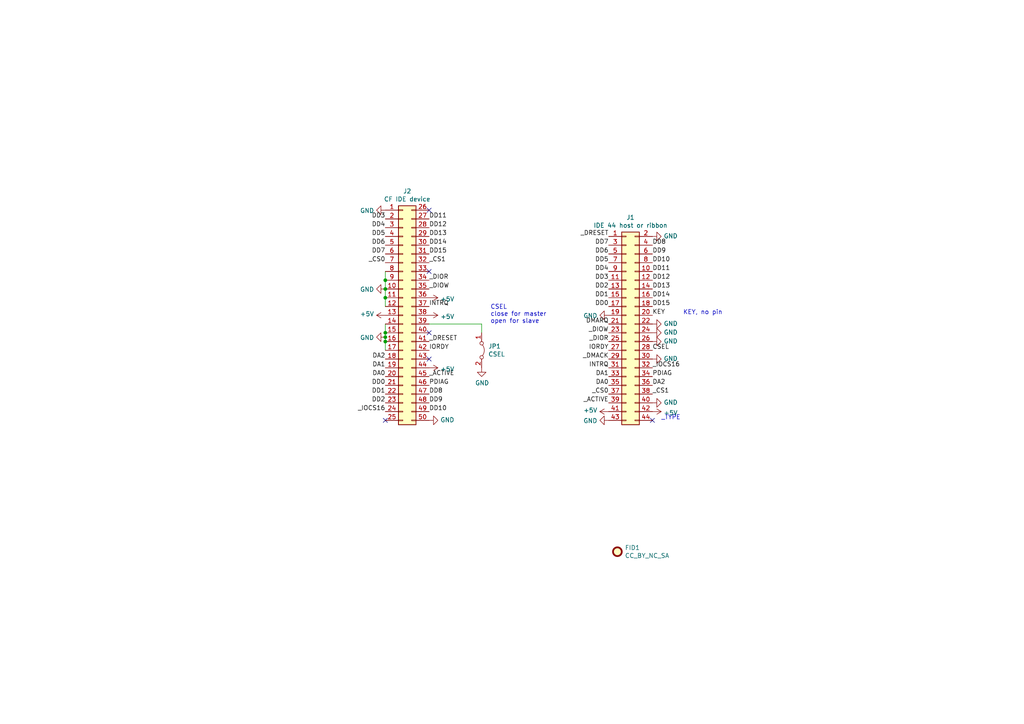
<source format=kicad_sch>
(kicad_sch (version 20211123) (generator eeschema)
  (paper "A4")
  (title_block (title "IDE44toCF") (date "2020-10-17") (rev "0.1") (company "FLACO 2020") (comment 1 "Connect a CF device to an IDE44 host (male) or ribbon (female)"))
  (lib_symbols
    (symbol "Connector_Generic:Conn_02x22_Odd_Even" (pin_names (offset 1.016) hide)
      (property "Reference" "J" (at 1.27 27.94 0))
      (property "Value" "Conn_02x22_Odd_Even" (at 1.27 -30.48 0))
      (symbol "Conn_02x22_Odd_Even_1_1"
        (rectangle (start -1.27 -27.813) (end 0 -28.067) (stroke (width 0.1524)))
        (rectangle (start -1.27 -25.273) (end 0 -25.527) (stroke (width 0.1524)))
        (rectangle (start -1.27 -22.733) (end 0 -22.987) (stroke (width 0.1524)))
        (rectangle (start -1.27 -20.193) (end 0 -20.447) (stroke (width 0.1524)))
        (rectangle (start -1.27 -17.653) (end 0 -17.907) (stroke (width 0.1524)))
        (rectangle (start -1.27 -15.113) (end 0 -15.367) (stroke (width 0.1524)))
        (rectangle (start -1.27 -12.573) (end 0 -12.827) (stroke (width 0.1524)))
        (rectangle (start -1.27 -10.033) (end 0 -10.287) (stroke (width 0.1524)))
        (rectangle (start -1.27 -7.493) (end 0 -7.747) (stroke (width 0.1524)))
        (rectangle (start -1.27 -4.953) (end 0 -5.207) (stroke (width 0.1524)))
        (rectangle (start -1.27 -2.413) (end 0 -2.667) (stroke (width 0.1524)))
        (rectangle (start -1.27 0.127) (end 0 -0.127) (stroke (width 0.1524)))
        (rectangle (start -1.27 2.667) (end 0 2.413) (stroke (width 0.1524)))
        (rectangle (start -1.27 5.207) (end 0 4.953) (stroke (width 0.1524)))
        (rectangle (start -1.27 7.747) (end 0 7.493) (stroke (width 0.1524)))
        (rectangle (start -1.27 10.287) (end 0 10.033) (stroke (width 0.1524)))
        (rectangle (start -1.27 12.827) (end 0 12.573) (stroke (width 0.1524)))
        (rectangle (start -1.27 15.367) (end 0 15.113) (stroke (width 0.1524)))
        (rectangle (start -1.27 17.907) (end 0 17.653) (stroke (width 0.1524)))
        (rectangle (start -1.27 20.447) (end 0 20.193) (stroke (width 0.1524)))
        (rectangle (start -1.27 22.987) (end 0 22.733) (stroke (width 0.1524)))
        (rectangle (start -1.27 25.527) (end 0 25.273) (stroke (width 0.1524)))
        (rectangle (start -1.27 26.67) (end 3.81 -29.21) (stroke (width 0.254)) (fill (type background)))
        (rectangle (start 3.81 -27.813) (end 2.54 -28.067) (stroke (width 0.1524)))
        (rectangle (start 3.81 -25.273) (end 2.54 -25.527) (stroke (width 0.1524)))
        (rectangle (start 3.81 -22.733) (end 2.54 -22.987) (stroke (width 0.1524)))
        (rectangle (start 3.81 -20.193) (end 2.54 -20.447) (stroke (width 0.1524)))
        (rectangle (start 3.81 -17.653) (end 2.54 -17.907) (stroke (width 0.1524)))
        (rectangle (start 3.81 -15.113) (end 2.54 -15.367) (stroke (width 0.1524)))
        (rectangle (start 3.81 -12.573) (end 2.54 -12.827) (stroke (width 0.1524)))
        (rectangle (start 3.81 -10.033) (end 2.54 -10.287) (stroke (width 0.1524)))
        (rectangle (start 3.81 -7.493) (end 2.54 -7.747) (stroke (width 0.1524)))
        (rectangle (start 3.81 -4.953) (end 2.54 -5.207) (stroke (width 0.1524)))
        (rectangle (start 3.81 -2.413) (end 2.54 -2.667) (stroke (width 0.1524)))
        (rectangle (start 3.81 0.127) (end 2.54 -0.127) (stroke (width 0.1524)))
        (rectangle (start 3.81 2.667) (end 2.54 2.413) (stroke (width 0.1524)))
        (rectangle (start 3.81 5.207) (end 2.54 4.953) (stroke (width 0.1524)))
        (rectangle (start 3.81 7.747) (end 2.54 7.493) (stroke (width 0.1524)))
        (rectangle (start 3.81 10.287) (end 2.54 10.033) (stroke (width 0.1524)))
        (rectangle (start 3.81 12.827) (end 2.54 12.573) (stroke (width 0.1524)))
        (rectangle (start 3.81 15.367) (end 2.54 15.113) (stroke (width 0.1524)))
        (rectangle (start 3.81 17.907) (end 2.54 17.653) (stroke (width 0.1524)))
        (rectangle (start 3.81 20.447) (end 2.54 20.193) (stroke (width 0.1524)))
        (rectangle (start 3.81 22.987) (end 2.54 22.733) (stroke (width 0.1524)))
        (rectangle (start 3.81 25.527) (end 2.54 25.273) (stroke (width 0.1524)))
        (pin passive line (at -5.08 25.4 0) (length 3.81) (name "Pin_1") (number "1"))
        (pin passive line (at 7.62 15.24 180) (length 3.81) (name "Pin_10") (number "10"))
        (pin passive line (at -5.08 12.7 0) (length 3.81) (name "Pin_11") (number "11"))
        (pin passive line (at 7.62 12.7 180) (length 3.81) (name "Pin_12") (number "12"))
        (pin passive line (at -5.08 10.16 0) (length 3.81) (name "Pin_13") (number "13"))
        (pin passive line (at 7.62 10.16 180) (length 3.81) (name "Pin_14") (number "14"))
        (pin passive line (at -5.08 7.62 0) (length 3.81) (name "Pin_15") (number "15"))
        (pin passive line (at 7.62 7.62 180) (length 3.81) (name "Pin_16") (number "16"))
        (pin passive line (at -5.08 5.08 0) (length 3.81) (name "Pin_17") (number "17"))
        (pin passive line (at 7.62 5.08 180) (length 3.81) (name "Pin_18") (number "18"))
        (pin passive line (at -5.08 2.54 0) (length 3.81) (name "Pin_19") (number "19"))
        (pin passive line (at 7.62 25.4 180) (length 3.81) (name "Pin_2") (number "2"))
        (pin passive line (at 7.62 2.54 180) (length 3.81) (name "Pin_20") (number "20"))
        (pin passive line (at -5.08 0 0) (length 3.81) (name "Pin_21") (number "21"))
        (pin passive line (at 7.62 0 180) (length 3.81) (name "Pin_22") (number "22"))
        (pin passive line (at -5.08 -2.54 0) (length 3.81) (name "Pin_23") (number "23"))
        (pin passive line (at 7.62 -2.54 180) (length 3.81) (name "Pin_24") (number "24"))
        (pin passive line (at -5.08 -5.08 0) (length 3.81) (name "Pin_25") (number "25"))
        (pin passive line (at 7.62 -5.08 180) (length 3.81) (name "Pin_26") (number "26"))
        (pin passive line (at -5.08 -7.62 0) (length 3.81) (name "Pin_27") (number "27"))
        (pin passive line (at 7.62 -7.62 180) (length 3.81) (name "Pin_28") (number "28"))
        (pin passive line (at -5.08 -10.16 0) (length 3.81) (name "Pin_29") (number "29"))
        (pin passive line (at -5.08 22.86 0) (length 3.81) (name "Pin_3") (number "3"))
        (pin passive line (at 7.62 -10.16 180) (length 3.81) (name "Pin_30") (number "30"))
        (pin passive line (at -5.08 -12.7 0) (length 3.81) (name "Pin_31") (number "31"))
        (pin passive line (at 7.62 -12.7 180) (length 3.81) (name "Pin_32") (number "32"))
        (pin passive line (at -5.08 -15.24 0) (length 3.81) (name "Pin_33") (number "33"))
        (pin passive line (at 7.62 -15.24 180) (length 3.81) (name "Pin_34") (number "34"))
        (pin passive line (at -5.08 -17.78 0) (length 3.81) (name "Pin_35") (number "35"))
        (pin passive line (at 7.62 -17.78 180) (length 3.81) (name "Pin_36") (number "36"))
        (pin passive line (at -5.08 -20.32 0) (length 3.81) (name "Pin_37") (number "37"))
        (pin passive line (at 7.62 -20.32 180) (length 3.81) (name "Pin_38") (number "38"))
        (pin passive line (at -5.08 -22.86 0) (length 3.81) (name "Pin_39") (number "39"))
        (pin passive line (at 7.62 22.86 180) (length 3.81) (name "Pin_4") (number "4"))
        (pin passive line (at 7.62 -22.86 180) (length 3.81) (name "Pin_40") (number "40"))
        (pin passive line (at -5.08 -25.4 0) (length 3.81) (name "Pin_41") (number "41"))
        (pin passive line (at 7.62 -25.4 180) (length 3.81) (name "Pin_42") (number "42"))
        (pin passive line (at -5.08 -27.94 0) (length 3.81) (name "Pin_43") (number "43"))
        (pin passive line (at 7.62 -27.94 180) (length 3.81) (name "Pin_44") (number "44"))
        (pin passive line (at -5.08 20.32 0) (length 3.81) (name "Pin_5") (number "5"))
        (pin passive line (at 7.62 20.32 180) (length 3.81) (name "Pin_6") (number "6"))
        (pin passive line (at -5.08 17.78 0) (length 3.81) (name "Pin_7") (number "7"))
        (pin passive line (at 7.62 17.78 180) (length 3.81) (name "Pin_8") (number "8"))
        (pin passive line (at -5.08 15.24 0) (length 3.81) (name "Pin_9") (number "9"))
      )
    )
    (symbol "Connector_Generic:Conn_02x25_Top_Bottom" (pin_names (offset 1.016) hide)
      (property "Reference" "J" (at 1.27 33.02 0))
      (property "Value" "Conn_02x25_Top_Bottom" (at 1.27 -33.02 0))
      (symbol "Conn_02x25_Top_Bottom_1_1"
        (rectangle (start -1.27 -30.353) (end 0 -30.607) (stroke (width 0.1524)))
        (rectangle (start -1.27 -27.813) (end 0 -28.067) (stroke (width 0.1524)))
        (rectangle (start -1.27 -25.273) (end 0 -25.527) (stroke (width 0.1524)))
        (rectangle (start -1.27 -22.733) (end 0 -22.987) (stroke (width 0.1524)))
        (rectangle (start -1.27 -20.193) (end 0 -20.447) (stroke (width 0.1524)))
        (rectangle (start -1.27 -17.653) (end 0 -17.907) (stroke (width 0.1524)))
        (rectangle (start -1.27 -15.113) (end 0 -15.367) (stroke (width 0.1524)))
        (rectangle (start -1.27 -12.573) (end 0 -12.827) (stroke (width 0.1524)))
        (rectangle (start -1.27 -10.033) (end 0 -10.287) (stroke (width 0.1524)))
        (rectangle (start -1.27 -7.493) (end 0 -7.747) (stroke (width 0.1524)))
        (rectangle (start -1.27 -4.953) (end 0 -5.207) (stroke (width 0.1524)))
        (rectangle (start -1.27 -2.413) (end 0 -2.667) (stroke (width 0.1524)))
        (rectangle (start -1.27 0.127) (end 0 -0.127) (stroke (width 0.1524)))
        (rectangle (start -1.27 2.667) (end 0 2.413) (stroke (width 0.1524)))
        (rectangle (start -1.27 5.207) (end 0 4.953) (stroke (width 0.1524)))
        (rectangle (start -1.27 7.747) (end 0 7.493) (stroke (width 0.1524)))
        (rectangle (start -1.27 10.287) (end 0 10.033) (stroke (width 0.1524)))
        (rectangle (start -1.27 12.827) (end 0 12.573) (stroke (width 0.1524)))
        (rectangle (start -1.27 15.367) (end 0 15.113) (stroke (width 0.1524)))
        (rectangle (start -1.27 17.907) (end 0 17.653) (stroke (width 0.1524)))
        (rectangle (start -1.27 20.447) (end 0 20.193) (stroke (width 0.1524)))
        (rectangle (start -1.27 22.987) (end 0 22.733) (stroke (width 0.1524)))
        (rectangle (start -1.27 25.527) (end 0 25.273) (stroke (width 0.1524)))
        (rectangle (start -1.27 28.067) (end 0 27.813) (stroke (width 0.1524)))
        (rectangle (start -1.27 30.607) (end 0 30.353) (stroke (width 0.1524)))
        (rectangle (start -1.27 31.75) (end 3.81 -31.75) (stroke (width 0.254)) (fill (type background)))
        (rectangle (start 3.81 -30.353) (end 2.54 -30.607) (stroke (width 0.1524)))
        (rectangle (start 3.81 -27.813) (end 2.54 -28.067) (stroke (width 0.1524)))
        (rectangle (start 3.81 -25.273) (end 2.54 -25.527) (stroke (width 0.1524)))
        (rectangle (start 3.81 -22.733) (end 2.54 -22.987) (stroke (width 0.1524)))
        (rectangle (start 3.81 -20.193) (end 2.54 -20.447) (stroke (width 0.1524)))
        (rectangle (start 3.81 -17.653) (end 2.54 -17.907) (stroke (width 0.1524)))
        (rectangle (start 3.81 -15.113) (end 2.54 -15.367) (stroke (width 0.1524)))
        (rectangle (start 3.81 -12.573) (end 2.54 -12.827) (stroke (width 0.1524)))
        (rectangle (start 3.81 -10.033) (end 2.54 -10.287) (stroke (width 0.1524)))
        (rectangle (start 3.81 -7.493) (end 2.54 -7.747) (stroke (width 0.1524)))
        (rectangle (start 3.81 -4.953) (end 2.54 -5.207) (stroke (width 0.1524)))
        (rectangle (start 3.81 -2.413) (end 2.54 -2.667) (stroke (width 0.1524)))
        (rectangle (start 3.81 0.127) (end 2.54 -0.127) (stroke (width 0.1524)))
        (rectangle (start 3.81 2.667) (end 2.54 2.413) (stroke (width 0.1524)))
        (rectangle (start 3.81 5.207) (end 2.54 4.953) (stroke (width 0.1524)))
        (rectangle (start 3.81 7.747) (end 2.54 7.493) (stroke (width 0.1524)))
        (rectangle (start 3.81 10.287) (end 2.54 10.033) (stroke (width 0.1524)))
        (rectangle (start 3.81 12.827) (end 2.54 12.573) (stroke (width 0.1524)))
        (rectangle (start 3.81 15.367) (end 2.54 15.113) (stroke (width 0.1524)))
        (rectangle (start 3.81 17.907) (end 2.54 17.653) (stroke (width 0.1524)))
        (rectangle (start 3.81 20.447) (end 2.54 20.193) (stroke (width 0.1524)))
        (rectangle (start 3.81 22.987) (end 2.54 22.733) (stroke (width 0.1524)))
        (rectangle (start 3.81 25.527) (end 2.54 25.273) (stroke (width 0.1524)))
        (rectangle (start 3.81 28.067) (end 2.54 27.813) (stroke (width 0.1524)))
        (rectangle (start 3.81 30.607) (end 2.54 30.353) (stroke (width 0.1524)))
        (pin passive line (at -5.08 30.48 0) (length 3.81) (name "Pin_1") (number "1"))
        (pin passive line (at -5.08 7.62 0) (length 3.81) (name "Pin_10") (number "10"))
        (pin passive line (at -5.08 5.08 0) (length 3.81) (name "Pin_11") (number "11"))
        (pin passive line (at -5.08 2.54 0) (length 3.81) (name "Pin_12") (number "12"))
        (pin passive line (at -5.08 0 0) (length 3.81) (name "Pin_13") (number "13"))
        (pin passive line (at -5.08 -2.54 0) (length 3.81) (name "Pin_14") (number "14"))
        (pin passive line (at -5.08 -5.08 0) (length 3.81) (name "Pin_15") (number "15"))
        (pin passive line (at -5.08 -7.62 0) (length 3.81) (name "Pin_16") (number "16"))
        (pin passive line (at -5.08 -10.16 0) (length 3.81) (name "Pin_17") (number "17"))
        (pin passive line (at -5.08 -12.7 0) (length 3.81) (name "Pin_18") (number "18"))
        (pin passive line (at -5.08 -15.24 0) (length 3.81) (name "Pin_19") (number "19"))
        (pin passive line (at -5.08 27.94 0) (length 3.81) (name "Pin_2") (number "2"))
        (pin passive line (at -5.08 -17.78 0) (length 3.81) (name "Pin_20") (number "20"))
        (pin passive line (at -5.08 -20.32 0) (length 3.81) (name "Pin_21") (number "21"))
        (pin passive line (at -5.08 -22.86 0) (length 3.81) (name "Pin_22") (number "22"))
        (pin passive line (at -5.08 -25.4 0) (length 3.81) (name "Pin_23") (number "23"))
        (pin passive line (at -5.08 -27.94 0) (length 3.81) (name "Pin_24") (number "24"))
        (pin passive line (at -5.08 -30.48 0) (length 3.81) (name "Pin_25") (number "25"))
        (pin passive line (at 7.62 30.48 180) (length 3.81) (name "Pin_26") (number "26"))
        (pin passive line (at 7.62 27.94 180) (length 3.81) (name "Pin_27") (number "27"))
        (pin passive line (at 7.62 25.4 180) (length 3.81) (name "Pin_28") (number "28"))
        (pin passive line (at 7.62 22.86 180) (length 3.81) (name "Pin_29") (number "29"))
        (pin passive line (at -5.08 25.4 0) (length 3.81) (name "Pin_3") (number "3"))
        (pin passive line (at 7.62 20.32 180) (length 3.81) (name "Pin_30") (number "30"))
        (pin passive line (at 7.62 17.78 180) (length 3.81) (name "Pin_31") (number "31"))
        (pin passive line (at 7.62 15.24 180) (length 3.81) (name "Pin_32") (number "32"))
        (pin passive line (at 7.62 12.7 180) (length 3.81) (name "Pin_33") (number "33"))
        (pin passive line (at 7.62 10.16 180) (length 3.81) (name "Pin_34") (number "34"))
        (pin passive line (at 7.62 7.62 180) (length 3.81) (name "Pin_35") (number "35"))
        (pin passive line (at 7.62 5.08 180) (length 3.81) (name "Pin_36") (number "36"))
        (pin passive line (at 7.62 2.54 180) (length 3.81) (name "Pin_37") (number "37"))
        (pin passive line (at 7.62 0 180) (length 3.81) (name "Pin_38") (number "38"))
        (pin passive line (at 7.62 -2.54 180) (length 3.81) (name "Pin_39") (number "39"))
        (pin passive line (at -5.08 22.86 0) (length 3.81) (name "Pin_4") (number "4"))
        (pin passive line (at 7.62 -5.08 180) (length 3.81) (name "Pin_40") (number "40"))
        (pin passive line (at 7.62 -7.62 180) (length 3.81) (name "Pin_41") (number "41"))
        (pin passive line (at 7.62 -10.16 180) (length 3.81) (name "Pin_42") (number "42"))
        (pin passive line (at 7.62 -12.7 180) (length 3.81) (name "Pin_43") (number "43"))
        (pin passive line (at 7.62 -15.24 180) (length 3.81) (name "Pin_44") (number "44"))
        (pin passive line (at 7.62 -17.78 180) (length 3.81) (name "Pin_45") (number "45"))
        (pin passive line (at 7.62 -20.32 180) (length 3.81) (name "Pin_46") (number "46"))
        (pin passive line (at 7.62 -22.86 180) (length 3.81) (name "Pin_47") (number "47"))
        (pin passive line (at 7.62 -25.4 180) (length 3.81) (name "Pin_48") (number "48"))
        (pin passive line (at 7.62 -27.94 180) (length 3.81) (name "Pin_49") (number "49"))
        (pin passive line (at -5.08 20.32 0) (length 3.81) (name "Pin_5") (number "5"))
        (pin passive line (at 7.62 -30.48 180) (length 3.81) (name "Pin_50") (number "50"))
        (pin passive line (at -5.08 17.78 0) (length 3.81) (name "Pin_6") (number "6"))
        (pin passive line (at -5.08 15.24 0) (length 3.81) (name "Pin_7") (number "7"))
        (pin passive line (at -5.08 12.7 0) (length 3.81) (name "Pin_8") (number "8"))
        (pin passive line (at -5.08 10.16 0) (length 3.81) (name "Pin_9") (number "9"))
      )
    )
    (symbol "Jumper:Jumper_2_Bridged" (pin_names (offset 0) hide)
      (property "Reference" "JP" (at 0 1.905 0))
      (property "Value" "Jumper_2_Bridged" (at 0 -2.54 0))
      (symbol "Jumper_2_Bridged_0_0"
        (circle (center -2.032 0) (radius 0.508))
        (circle (center 2.032 0) (radius 0.508))
      )
      (symbol "Jumper_2_Bridged_0_1"
        (arc (start 1.524 0.254) (mid 0 0.762) (end -1.524 0.254))
      )
      (symbol "Jumper_2_Bridged_1_1"
        (pin passive line (at -5.08 0 0) (length 2.54) (name "A") (number "1"))
        (pin passive line (at 5.08 0 180) (length 2.54) (name "B") (number "2"))
      )
    )
    (symbol "Mechanical:Fiducial"
      (property "Reference" "FID" (at 0 5.08 0))
      (property "Value" "Fiducial" (at 0 3.175 0))
      (symbol "Fiducial_0_1"
        (circle (center 0 0) (radius 1.27) (stroke (width 0.508)) (fill (type background)))
      )
    )
    (symbol "power:+5V" (power) (pin_names (offset 0))
      (property "Value" "+5V" (at 0 3.556 0))
      (symbol "+5V_0_1"
        (polyline (pts (xy -0.762 1.27) (xy 0 2.54)))
        (polyline (pts (xy 0 0) (xy 0 2.54)))
        (polyline (pts (xy 0 2.54) (xy 0.762 1.27)))
      )
      (symbol "+5V_1_1"
        (pin power_in line (at 0 0 90) (length 0) hide (name "+5V") (number "1"))
      )
    )
    (symbol "power:GND" (power) (pin_names (offset 0))
      (property "Value" "GND" (at 0 -3.81 0))
      (symbol "GND_0_1"
        (polyline (pts (xy 0 0) (xy 0 -1.27) (xy 1.27 -1.27) (xy 0 -2.54) (xy -1.27 -1.27) (xy 0 -1.27)))
      )
      (symbol "GND_1_1"
        (pin power_in line (at 0 0 270) (length 0) hide (name "GND") (number "1"))
      )
    )
  )
  (junction (at 111.76 97.79))
  (junction (at 111.76 86.36))
  (junction (at 111.76 96.52))
  (junction (at 111.76 99.06))
  (junction (at 111.76 83.82))
  (junction (at 111.76 81.28))
  (no_connect (at 189.23 121.92))
  (no_connect (at 124.46 104.14))
  (no_connect (at 124.46 60.96))
  (no_connect (at 124.46 96.52))
  (no_connect (at 111.76 121.92))
  (no_connect (at 124.46 78.74))
  (wire (pts (xy 111.76 83.82) (xy 111.76 81.28)))
  (wire (pts (xy 111.76 93.98) (xy 111.76 96.52)))
  (wire (pts (xy 124.46 93.98) (xy 139.7 93.98)))
  (wire (pts (xy 111.76 81.28) (xy 111.76 78.74)))
  (wire (pts (xy 139.7 93.98) (xy 139.7 96.52)))
  (wire (pts (xy 111.76 86.36) (xy 111.76 83.82)))
  (wire (pts (xy 111.76 97.79) (xy 111.76 99.06)))
  (wire (pts (xy 111.76 99.06) (xy 111.76 101.6)))
  (wire (pts (xy 111.76 96.52) (xy 111.76 97.79)))
  (wire (pts (xy 111.76 88.9) (xy 111.76 86.36)))
  (text "CSEL\nclose for master\nopen for slave" (at 142.24 93.98 0) (effects (font (size 1.27 1.27)) (justify left bottom)))
  (text "KEY, no pin" (at 198.12 91.44 0) (effects (font (size 1.27 1.27)) (justify left bottom)))
  (text "_TYPE" (at 191.77 121.92 0) (effects (font (size 1.27 1.27)) (justify left bottom)))
  (label "_DIOR" (at 176.53 99.06 180))
  (label "DD12" (at 189.23 81.28 0))
  (label "INTRQ" (at 124.46 88.9 0))
  (label "DD2" (at 176.53 83.82 180))
  (label "DD2" (at 111.76 116.84 180))
  (label "DA0" (at 176.53 111.76 180))
  (label "DA0" (at 111.76 109.22 180))
  (label "CSEL" (at 189.23 101.6 0))
  (label "DD11" (at 124.46 63.5 0))
  (label "_CS0" (at 111.76 76.2 180))
  (label "DD4" (at 176.53 78.74 180))
  (label "DD1" (at 176.53 86.36 180))
  (label "DD9" (at 189.23 73.66 0))
  (label "_DIOW" (at 176.53 96.52 180))
  (label "_DRESET" (at 176.53 68.58 180))
  (label "_DIOR" (at 124.46 81.28 0))
  (label "_CS1" (at 189.23 114.3 0))
  (label "DMARQ" (at 176.53 93.98 180))
  (label "DD0" (at 176.53 88.9 180))
  (label "_DIOW" (at 124.46 83.82 0))
  (label "DD15" (at 189.23 88.9 0))
  (label "_DRESET" (at 124.46 99.06 0))
  (label "DD14" (at 189.23 86.36 0))
  (label "DD11" (at 189.23 78.74 0))
  (label "IORDY" (at 176.53 101.6 180))
  (label "DD1" (at 111.76 114.3 180))
  (label "_ACTIVE" (at 124.46 109.22 0))
  (label "DD4" (at 111.76 66.04 180))
  (label "DD10" (at 124.46 119.38 0))
  (label "DD12" (at 124.46 66.04 0))
  (label "_IOCS16" (at 189.23 106.68 0))
  (label "DD7" (at 176.53 71.12 180))
  (label "DD6" (at 176.53 73.66 180))
  (label "KEY" (at 189.23 91.44 0))
  (label "IORDY" (at 124.46 101.6 0))
  (label "DA2" (at 189.23 111.76 0))
  (label "DD14" (at 124.46 71.12 0))
  (label "DA1" (at 176.53 109.22 180))
  (label "INTRQ" (at 176.53 106.68 180))
  (label "DA2" (at 111.76 104.14 180))
  (label "DD5" (at 176.53 76.2 180))
  (label "DD0" (at 111.76 111.76 180))
  (label "DD13" (at 124.46 68.58 0))
  (label "DD5" (at 111.76 68.58 180))
  (label "_CS0" (at 176.53 114.3 180))
  (label "DD7" (at 111.76 73.66 180))
  (label "DD8" (at 124.46 114.3 0))
  (label "DD10" (at 189.23 76.2 0))
  (label "_CS1" (at 124.46 76.2 0))
  (label "DD9" (at 124.46 116.84 0))
  (label "_ACTIVE" (at 176.53 116.84 180))
  (label "PDIAG" (at 124.46 111.76 0))
  (label "DD15" (at 124.46 73.66 0))
  (label "_IOCS16" (at 111.76 119.38 180))
  (label "DD8" (at 189.23 71.12 0))
  (label "DD3" (at 176.53 81.28 180))
  (label "_DMACK" (at 176.53 104.14 180))
  (label "DD3" (at 111.76 63.5 180))
  (label "PDIAG" (at 189.23 109.22 0))
  (label "DD13" (at 189.23 83.82 0))
  (label "DD6" (at 111.76 71.12 180))
  (label "DA1" (at 111.76 106.68 180))
  (symbol (lib_id "Connector_Generic:Conn_02x22_Odd_Even") (at 181.61 93.98 0) (unit 1)
    (property "Reference" "J1" (at 182.88 63.0682 0))
    (property "Value" "IDE 44 host or ribbon" (at 182.88 65.3796 0))
    (property "Footprint" "Connector_PinHeader_2.00mm:PinHeader_2x22_P2.00mm_Vertical" (effects hide))
  )
  (symbol (lib_id "power:GND") (at 189.23 68.58 90) (unit 1)
    (property "Reference" "#PWR018" (effects hide))
    (property "Value" "GND" (at 192.4812 68.453 90) (effects (justify right)))
  )
  (symbol (lib_id "power:GND") (at 176.53 91.44 270) (unit 1)
    (property "Reference" "#PWR015" (effects hide))
    (property "Value" "GND" (at 173.2788 91.567 90) (effects (justify right)))
  )
  (symbol (lib_id "power:GND") (at 189.23 93.98 90) (unit 1)
    (property "Reference" "#PWR019" (effects hide))
    (property "Value" "GND" (at 192.4812 93.853 90) (effects (justify right)))
  )
  (symbol (lib_id "power:GND") (at 189.23 96.52 90) (unit 1)
    (property "Reference" "#PWR020" (effects hide))
    (property "Value" "GND" (at 192.4812 96.393 90) (effects (justify right)))
  )
  (symbol (lib_id "power:GND") (at 189.23 99.06 90) (unit 1)
    (property "Reference" "#PWR021" (effects hide))
    (property "Value" "GND" (at 192.4812 98.933 90) (effects (justify right)))
  )
  (symbol (lib_id "power:GND") (at 189.23 104.14 90) (unit 1)
    (property "Reference" "#PWR023" (effects hide))
    (property "Value" "GND" (at 192.4812 104.013 90) (effects (justify right)))
  )
  (symbol (lib_id "power:GND") (at 189.23 116.84 90) (unit 1)
    (property "Reference" "#PWR024" (effects hide))
    (property "Value" "GND" (at 192.4812 116.713 90) (effects (justify right)))
  )
  (symbol (lib_id "power:GND") (at 176.53 121.92 270) (unit 1)
    (property "Reference" "#PWR017" (effects hide))
    (property "Value" "GND" (at 173.2788 122.047 90) (effects (justify right)))
  )
  (symbol (lib_id "power:+5V") (at 189.23 119.38 270) (unit 1)
    (property "Reference" "#PWR025" (effects hide))
    (property "Value" "+5V" (at 192.4812 119.761 90) (effects (justify left)))
  )
  (symbol (lib_id "power:+5V") (at 176.53 119.38 90) (unit 1)
    (property "Reference" "#PWR016" (effects hide))
    (property "Value" "+5V" (at 173.2788 118.999 90) (effects (justify left)))
  )
  (symbol (lib_id "Connector_Generic:Conn_02x25_Top_Bottom") (at 116.84 91.44 0) (unit 1)
    (property "Reference" "J2" (at 118.11 55.4482 0))
    (property "Value" "CF IDE device" (at 118.11 57.7596 0))
    (property "Footprint" "Sassa:CF_male_edge_connector" (effects hide))
  )
  (symbol (lib_id "power:GND") (at 111.76 97.79 270) (unit 1)
    (property "Reference" "#PWR0101" (effects hide))
    (property "Value" "GND" (at 108.5088 97.917 90) (effects (justify right)))
  )
  (symbol (lib_id "power:GND") (at 111.76 60.96 270) (unit 1)
    (property "Reference" "#PWR0102" (effects hide))
    (property "Value" "GND" (at 108.5088 61.087 90) (effects (justify right)))
  )
  (symbol (lib_id "power:+5V") (at 111.76 91.44 90) (unit 1)
    (property "Reference" "#PWR0103" (effects hide))
    (property "Value" "+5V" (at 108.5088 91.059 90) (effects (justify left)))
  )
  (symbol (lib_id "power:GND") (at 124.46 121.92 90) (unit 1)
    (property "Reference" "#PWR0104" (effects hide))
    (property "Value" "GND" (at 127.7112 121.793 90) (effects (justify right)))
  )
  (symbol (lib_id "power:+5V") (at 124.46 86.36 270) (unit 1)
    (property "Reference" "#PWR0105" (effects hide))
    (property "Value" "+5V" (at 127.7112 86.741 90) (effects (justify left)))
  )
  (symbol (lib_id "power:GND") (at 111.76 83.82 270) (unit 1)
    (property "Reference" "#PWR0106" (effects hide))
    (property "Value" "GND" (at 108.5088 83.947 90) (effects (justify right)))
  )
  (symbol (lib_id "power:+5V") (at 124.46 91.44 270) (unit 1)
    (property "Reference" "#PWR0107" (effects hide))
    (property "Value" "+5V" (at 127.7112 91.821 90) (effects (justify left)))
  )
  (symbol (lib_id "power:+5V") (at 124.46 106.68 270) (unit 1)
    (property "Reference" "#PWR0108" (effects hide))
    (property "Value" "+5V" (at 127.7112 107.061 90) (effects (justify left)))
  )
  (symbol (lib_id "Jumper:Jumper_2_Bridged") (at 139.7 101.6 270) (unit 1)
    (property "Reference" "JP1" (at 141.605 100.4316 90) (effects (justify left)))
    (property "Value" "CSEL" (at 141.605 102.743 90) (effects (justify left)))
    (property "Footprint" "Jumper:SolderJumper-2_P1.3mm_Open_RoundedPad1.0x1.5mm" (effects hide))
  )
  (symbol (lib_id "power:GND") (at 139.7 106.68 0) (unit 1)
    (property "Reference" "#PWR0109" (effects hide))
    (property "Value" "GND" (at 139.827 111.0742 0))
  )
  (symbol (lib_id "Mechanical:Fiducial") (at 179.07 160.02 0) (unit 1)
    (property "Reference" "FID1" (at 181.229 158.8516 0) (effects (justify left)))
    (property "Value" "CC_BY_NC_SA" (at 181.229 161.163 0) (effects (justify left)))
    (property "Footprint" "Sassa:CC_BY_NC_SA_long_silkscreen" (effects hide))
  )
)
</source>
